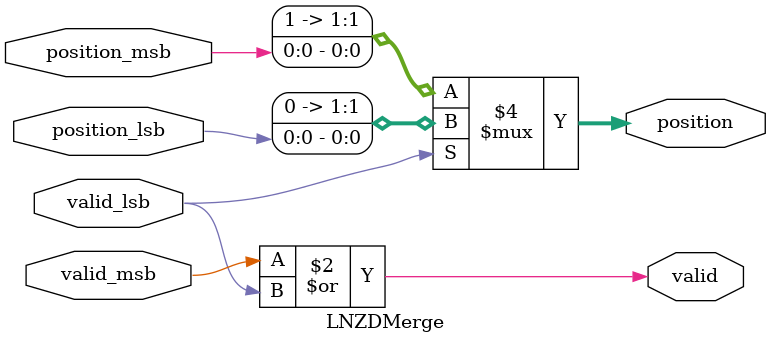
<source format=v>

module LNZDMerge #(
  parameter   BIT_WIDTH           = 1           // bit width of position
) (
  input wire  [BIT_WIDTH-1:0]     position_msb, // position of MSB
  input wire                      valid_msb,    // valid of MSB
  input wire  [BIT_WIDTH-1:0]     position_lsb, // position of LSB
  input wire                      valid_lsb,    // valid of LSB

  output reg  [BIT_WIDTH:0]       position,     // one-level up of position
  output wire                     valid         // one-level up of valid
);

always @ (*) begin
  if (valid_lsb) begin
    // there exists 1 in LSB
    position = {1'b0, position_lsb};
  end else begin
    // no 1s in LSB
    position = {1'b1, position_msb};
  end
end

// valid: assert when either valid in MSB or LSB is asserted
assign valid = valid_msb | valid_lsb;

endmodule

</source>
